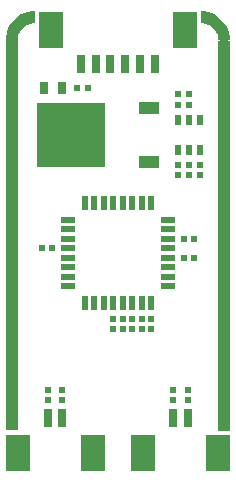
<source format=gts>
G04*
G04 #@! TF.GenerationSoftware,Altium Limited,Altium Designer,23.3.1 (30)*
G04*
G04 Layer_Color=8388736*
%FSLAX25Y25*%
%MOIN*%
G70*
G04*
G04 #@! TF.SameCoordinates,B8D109ED-CDE9-4BA8-ABFF-944DEA042C50*
G04*
G04*
G04 #@! TF.FilePolarity,Negative*
G04*
G01*
G75*
%ADD25R,0.03937X1.30316*%
%ADD26R,0.03937X1.29922*%
%ADD27R,0.04803X0.02047*%
%ADD28R,0.02047X0.04803*%
%ADD29R,0.06969X0.04016*%
%ADD30R,0.22520X0.21732*%
%ADD31R,0.02441X0.03228*%
%ADD32R,0.02835X0.04016*%
%ADD33R,0.02126X0.01929*%
%ADD34R,0.01929X0.02126*%
%ADD35R,0.07953X0.11890*%
%ADD36R,0.03032X0.05984*%
%ADD37C,0.03032*%
G36*
X1969Y153543D02*
X5906D01*
X5934Y154122D01*
X6160Y155258D01*
X6603Y156327D01*
X7246Y157290D01*
X8065Y158108D01*
X9027Y158751D01*
X10097Y159195D01*
X11232Y159420D01*
X11811Y159449D01*
X11811Y159449D01*
X11811Y163386D01*
X10842Y163386D01*
X8940Y163008D01*
X7149Y162266D01*
X5537Y161188D01*
X4166Y159818D01*
X3089Y158205D01*
X2347Y156414D01*
X1969Y154513D01*
X1969Y153543D01*
Y153543D01*
D02*
G37*
G36*
X66929Y163386D02*
Y159449D01*
X67508Y159420D01*
X68643Y159195D01*
X69713Y158751D01*
X70675Y158108D01*
X71494Y157290D01*
X72137Y156327D01*
X72580Y155258D01*
X72806Y154122D01*
X72835Y153543D01*
X72835D01*
X76772D01*
X76772Y154513D01*
X76393Y156414D01*
X75652Y158205D01*
X74574Y159818D01*
X73203Y161188D01*
X71591Y162266D01*
X69800Y163008D01*
X67898Y163386D01*
X66929Y163386D01*
X66929Y163386D01*
D02*
G37*
D25*
X74803Y88385D02*
D03*
D26*
X3937Y88582D02*
D03*
D27*
X56102Y71653D02*
D03*
Y74803D02*
D03*
Y77953D02*
D03*
Y81102D02*
D03*
Y84252D02*
D03*
Y87402D02*
D03*
Y90551D02*
D03*
Y93701D02*
D03*
X22638D02*
D03*
Y90551D02*
D03*
Y87402D02*
D03*
Y84252D02*
D03*
Y81102D02*
D03*
Y77953D02*
D03*
Y74803D02*
D03*
Y71653D02*
D03*
D28*
X50394Y99409D02*
D03*
X47244D02*
D03*
X44094D02*
D03*
X40945D02*
D03*
X37795D02*
D03*
X34646D02*
D03*
X31496D02*
D03*
X28346D02*
D03*
Y65945D02*
D03*
X31496D02*
D03*
X34646D02*
D03*
X37795D02*
D03*
X40945D02*
D03*
X44094D02*
D03*
X47244D02*
D03*
X50394D02*
D03*
D29*
X49862Y113051D02*
D03*
Y131043D02*
D03*
D30*
X23622Y122047D02*
D03*
D31*
X59252Y116929D02*
D03*
X62992D02*
D03*
X66732D02*
D03*
Y127165D02*
D03*
X59252D02*
D03*
X62992D02*
D03*
D32*
X20669Y137795D02*
D03*
X14764D02*
D03*
D33*
X66732Y108543D02*
D03*
Y111929D02*
D03*
X37795Y57362D02*
D03*
Y60748D02*
D03*
X15965Y37126D02*
D03*
Y33740D02*
D03*
X57854Y37126D02*
D03*
Y33740D02*
D03*
X47244Y57362D02*
D03*
Y60748D02*
D03*
X40945D02*
D03*
Y57362D02*
D03*
X20886Y33740D02*
D03*
Y37126D02*
D03*
X62776Y33740D02*
D03*
Y37126D02*
D03*
X44094Y60748D02*
D03*
Y57362D02*
D03*
X62992Y132165D02*
D03*
Y135551D02*
D03*
Y108543D02*
D03*
Y111929D02*
D03*
X59252Y108543D02*
D03*
Y111929D02*
D03*
Y135551D02*
D03*
Y132165D02*
D03*
X50394Y57362D02*
D03*
Y60748D02*
D03*
D34*
X64685Y87402D02*
D03*
X61299D02*
D03*
X64685Y81102D02*
D03*
X61299D02*
D03*
X17441Y84252D02*
D03*
X14055D02*
D03*
X29252Y137795D02*
D03*
X25866D02*
D03*
D35*
X16970Y157087D02*
D03*
X61655D02*
D03*
X5925Y16142D02*
D03*
X30925D02*
D03*
X47815D02*
D03*
X72815D02*
D03*
D36*
X27009Y145669D02*
D03*
X36852D02*
D03*
X31931D02*
D03*
X41773D02*
D03*
X51616D02*
D03*
X46694D02*
D03*
X15965Y27559D02*
D03*
X20886D02*
D03*
X57854D02*
D03*
X62776D02*
D03*
D37*
X70866Y160433D02*
D03*
X73622Y157480D02*
D03*
X74803Y153149D02*
D03*
Y27165D02*
D03*
Y31102D02*
D03*
Y35039D02*
D03*
Y38976D02*
D03*
Y42913D02*
D03*
Y46850D02*
D03*
Y50787D02*
D03*
Y54724D02*
D03*
Y58661D02*
D03*
Y62598D02*
D03*
Y90157D02*
D03*
Y86220D02*
D03*
Y82283D02*
D03*
Y78346D02*
D03*
Y74409D02*
D03*
Y70472D02*
D03*
Y66535D02*
D03*
Y117716D02*
D03*
Y113779D02*
D03*
Y109842D02*
D03*
Y105905D02*
D03*
Y101968D02*
D03*
Y98031D02*
D03*
Y94094D02*
D03*
Y145275D02*
D03*
Y141338D02*
D03*
Y137401D02*
D03*
Y133464D02*
D03*
Y129527D02*
D03*
Y125590D02*
D03*
Y121653D02*
D03*
Y149212D02*
D03*
X7874Y160433D02*
D03*
X4921Y157480D02*
D03*
X3937Y153542D02*
D03*
Y149605D02*
D03*
Y122046D02*
D03*
Y125983D02*
D03*
Y129920D02*
D03*
Y133857D02*
D03*
Y137794D02*
D03*
Y141731D02*
D03*
Y145668D02*
D03*
Y94487D02*
D03*
Y98424D02*
D03*
Y102361D02*
D03*
Y106298D02*
D03*
Y110235D02*
D03*
Y114172D02*
D03*
Y118109D02*
D03*
Y66928D02*
D03*
Y70865D02*
D03*
Y74802D02*
D03*
Y78739D02*
D03*
Y82676D02*
D03*
Y86613D02*
D03*
Y90550D02*
D03*
Y62991D02*
D03*
Y59054D02*
D03*
Y55117D02*
D03*
Y51180D02*
D03*
Y47243D02*
D03*
Y43306D02*
D03*
Y39369D02*
D03*
Y35432D02*
D03*
Y31495D02*
D03*
Y27558D02*
D03*
M02*

</source>
